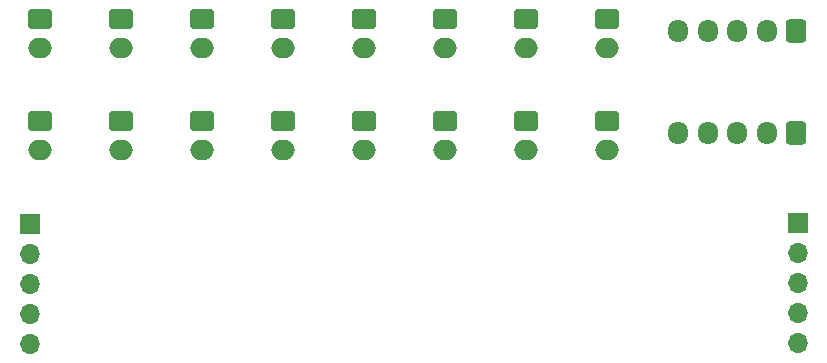
<source format=gbr>
%TF.GenerationSoftware,KiCad,Pcbnew,(6.0.10)*%
%TF.CreationDate,2023-02-13T19:28:03+09:00*%
%TF.ProjectId,joystick_74hc165_input_jst,6a6f7973-7469-4636-9b5f-373468633136,1*%
%TF.SameCoordinates,PX6f92990PY6f3bc80*%
%TF.FileFunction,Soldermask,Bot*%
%TF.FilePolarity,Negative*%
%FSLAX46Y46*%
G04 Gerber Fmt 4.6, Leading zero omitted, Abs format (unit mm)*
G04 Created by KiCad (PCBNEW (6.0.10)) date 2023-02-13 19:28:03*
%MOMM*%
%LPD*%
G01*
G04 APERTURE LIST*
G04 Aperture macros list*
%AMRoundRect*
0 Rectangle with rounded corners*
0 $1 Rounding radius*
0 $2 $3 $4 $5 $6 $7 $8 $9 X,Y pos of 4 corners*
0 Add a 4 corners polygon primitive as box body*
4,1,4,$2,$3,$4,$5,$6,$7,$8,$9,$2,$3,0*
0 Add four circle primitives for the rounded corners*
1,1,$1+$1,$2,$3*
1,1,$1+$1,$4,$5*
1,1,$1+$1,$6,$7*
1,1,$1+$1,$8,$9*
0 Add four rect primitives between the rounded corners*
20,1,$1+$1,$2,$3,$4,$5,0*
20,1,$1+$1,$4,$5,$6,$7,0*
20,1,$1+$1,$6,$7,$8,$9,0*
20,1,$1+$1,$8,$9,$2,$3,0*%
G04 Aperture macros list end*
%ADD10R,1.700000X1.700000*%
%ADD11O,1.700000X1.700000*%
%ADD12RoundRect,0.250000X-0.750000X0.600000X-0.750000X-0.600000X0.750000X-0.600000X0.750000X0.600000X0*%
%ADD13O,2.000000X1.700000*%
%ADD14RoundRect,0.250000X0.600000X0.725000X-0.600000X0.725000X-0.600000X-0.725000X0.600000X-0.725000X0*%
%ADD15O,1.700000X1.950000*%
G04 APERTURE END LIST*
D10*
%TO.C,OUT1*%
X68199000Y15240000D03*
D11*
X68199000Y12700000D03*
X68199000Y10160000D03*
X68199000Y7620000D03*
X68199000Y5080000D03*
%TD*%
D12*
%TO.C,J22*%
X52070000Y23876000D03*
D13*
X52070000Y21376000D03*
%TD*%
D12*
%TO.C,J23*%
X45212000Y23876000D03*
D13*
X45212000Y21376000D03*
%TD*%
D12*
%TO.C,J24*%
X38354000Y23876000D03*
D13*
X38354000Y21376000D03*
%TD*%
D12*
%TO.C,J25*%
X31496000Y23876000D03*
D13*
X31496000Y21376000D03*
%TD*%
D12*
%TO.C,J26*%
X24638000Y23876000D03*
D13*
X24638000Y21376000D03*
%TD*%
D12*
%TO.C,J27*%
X17780000Y23876000D03*
D13*
X17780000Y21376000D03*
%TD*%
D12*
%TO.C,J28*%
X10922000Y23876000D03*
D13*
X10922000Y21376000D03*
%TD*%
D12*
%TO.C,J29*%
X4064000Y23876000D03*
D13*
X4064000Y21376000D03*
%TD*%
D12*
%TO.C,J16*%
X24638000Y32512000D03*
D13*
X24638000Y30012000D03*
%TD*%
D12*
%TO.C,J15*%
X31496000Y32512000D03*
D13*
X31496000Y30012000D03*
%TD*%
D12*
%TO.C,J14*%
X38354000Y32512000D03*
D13*
X38354000Y30012000D03*
%TD*%
D12*
%TO.C,J18*%
X10922000Y32512000D03*
D13*
X10922000Y30012000D03*
%TD*%
D12*
%TO.C,J19*%
X4064000Y32512000D03*
D13*
X4064000Y30012000D03*
%TD*%
D12*
%TO.C,J17*%
X17780000Y32512000D03*
D13*
X17780000Y30012000D03*
%TD*%
D12*
%TO.C,J13*%
X45212000Y32512000D03*
D13*
X45212000Y30012000D03*
%TD*%
D14*
%TO.C,J11*%
X68072000Y31496000D03*
D15*
X65572000Y31496000D03*
X63072000Y31496000D03*
X60572000Y31496000D03*
X58072000Y31496000D03*
%TD*%
D12*
%TO.C,J12*%
X52070000Y32512000D03*
D13*
X52070000Y30012000D03*
%TD*%
D14*
%TO.C,J21*%
X68072000Y22860000D03*
D15*
X65572000Y22860000D03*
X63072000Y22860000D03*
X60572000Y22860000D03*
X58072000Y22860000D03*
%TD*%
D10*
%TO.C,IN1*%
X3175000Y15113000D03*
D11*
X3175000Y12573000D03*
X3175000Y10033000D03*
X3175000Y7493000D03*
X3175000Y4953000D03*
%TD*%
M02*

</source>
